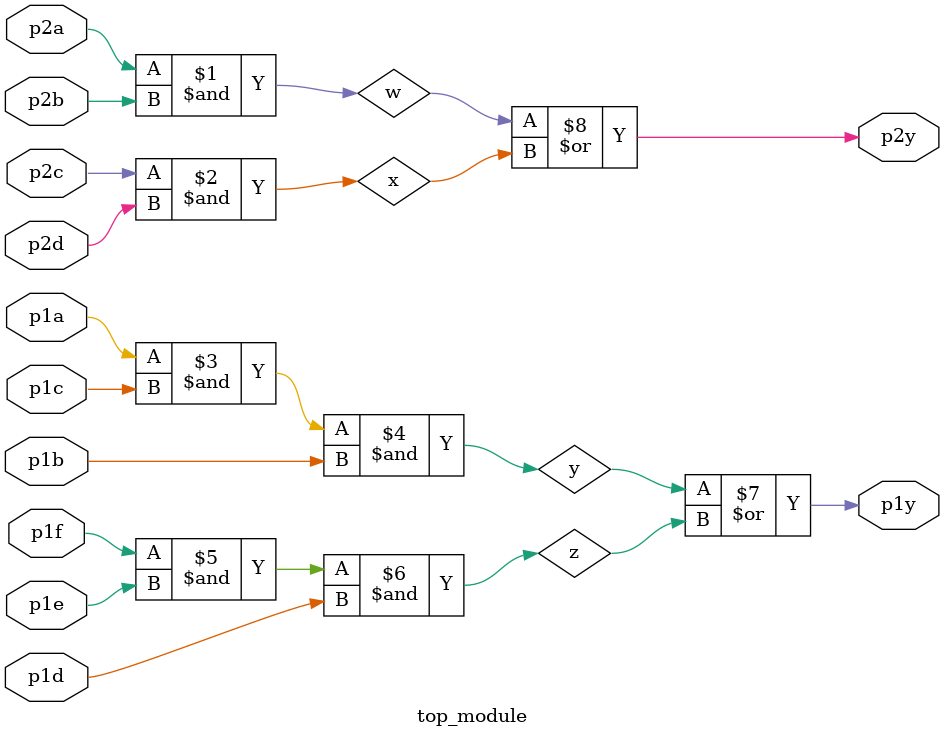
<source format=v>
module top_module ( 
    input p1a, p1b, p1c, p1d, p1e, p1f,
    output p1y,
    input p2a, p2b, p2c, p2d,
    output p2y );
    wire w,x,y,z;
    assign w=p2a&p2b;
    assign x=p2c&p2d;
    assign y=p1a&p1c&p1b;
    assign z=p1f&p1e&p1d;
    assign p1y=y|z;
    assign p2y=w|x;


endmodule

</source>
